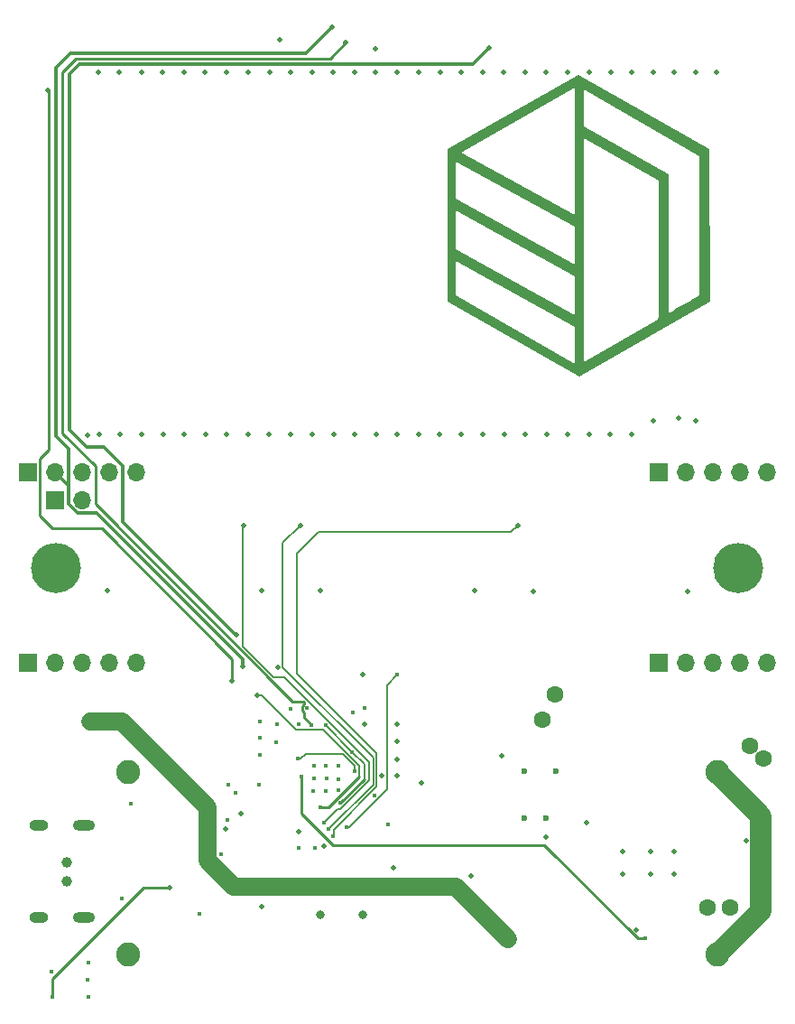
<source format=gbr>
%TF.GenerationSoftware,KiCad,Pcbnew,8.0.5*%
%TF.CreationDate,2025-08-16T16:19:27-04:00*%
%TF.ProjectId,TagTag,54616754-6167-42e6-9b69-6361645f7063,1.2*%
%TF.SameCoordinates,Original*%
%TF.FileFunction,Copper,L4,Bot*%
%TF.FilePolarity,Positive*%
%FSLAX46Y46*%
G04 Gerber Fmt 4.6, Leading zero omitted, Abs format (unit mm)*
G04 Created by KiCad (PCBNEW 8.0.5) date 2025-08-16 16:19:27*
%MOMM*%
%LPD*%
G01*
G04 APERTURE LIST*
%TA.AperFunction,NonConductor*%
%ADD10C,0.000000*%
%TD*%
%TA.AperFunction,ComponentPad*%
%ADD11C,4.700000*%
%TD*%
%TA.AperFunction,ComponentPad*%
%ADD12O,2.100000X1.000000*%
%TD*%
%TA.AperFunction,ComponentPad*%
%ADD13O,1.800000X1.000000*%
%TD*%
%TA.AperFunction,ComponentPad*%
%ADD14C,2.250000*%
%TD*%
%TA.AperFunction,ComponentPad*%
%ADD15R,1.700000X1.700000*%
%TD*%
%TA.AperFunction,ComponentPad*%
%ADD16O,1.700000X1.700000*%
%TD*%
%TA.AperFunction,ViaPad*%
%ADD17C,0.500000*%
%TD*%
%TA.AperFunction,ViaPad*%
%ADD18C,0.450000*%
%TD*%
%TA.AperFunction,ViaPad*%
%ADD19C,0.600000*%
%TD*%
%TA.AperFunction,ViaPad*%
%ADD20C,1.600000*%
%TD*%
%TA.AperFunction,ViaPad*%
%ADD21C,0.800000*%
%TD*%
%TA.AperFunction,ViaPad*%
%ADD22C,1.000000*%
%TD*%
%TA.AperFunction,Conductor*%
%ADD23C,0.175000*%
%TD*%
%TA.AperFunction,Conductor*%
%ADD24C,0.360000*%
%TD*%
%TA.AperFunction,Conductor*%
%ADD25C,0.250000*%
%TD*%
%TA.AperFunction,Conductor*%
%ADD26C,0.200000*%
%TD*%
%TA.AperFunction,Conductor*%
%ADD27C,1.700000*%
%TD*%
%TA.AperFunction,Conductor*%
%ADD28C,2.000000*%
%TD*%
G04 APERTURE END LIST*
D10*
%TA.AperFunction,NonConductor*%
G36*
X221295969Y-68968084D02*
G01*
X221321767Y-83259551D01*
X209044440Y-90270346D01*
X196741313Y-83277411D01*
X196740178Y-82648364D01*
X196734451Y-79475349D01*
X197473548Y-79475349D01*
X197473548Y-82648364D01*
X208663439Y-89085674D01*
X208663439Y-88907083D01*
X208663439Y-85615004D01*
X197473548Y-79475349D01*
X196734451Y-79475349D01*
X196732470Y-78377989D01*
X196725883Y-74728725D01*
X197473548Y-74728725D01*
X197473548Y-78377989D01*
X208663439Y-84517646D01*
X208663439Y-80868381D01*
X197473548Y-74728725D01*
X196725883Y-74728725D01*
X196723902Y-73631365D01*
X196717529Y-70101162D01*
X197473548Y-70101162D01*
X197473548Y-73631365D01*
X208663437Y-79771022D01*
X208663437Y-76240818D01*
X197473548Y-70101162D01*
X196717529Y-70101162D01*
X196716082Y-69299474D01*
X197945828Y-69299474D01*
X197945829Y-69299474D01*
X208663437Y-75143459D01*
X208663437Y-67963990D01*
X209492907Y-67963990D01*
X209492907Y-88907083D01*
X216444172Y-84926428D01*
X216541406Y-84727990D01*
X216529501Y-71918849D01*
X209492907Y-67963990D01*
X208663437Y-67963990D01*
X208663437Y-66868616D01*
X208663437Y-63338413D01*
X209492904Y-63338413D01*
X209492904Y-66868616D01*
X217426434Y-71287819D01*
X217426434Y-84339052D01*
X217426437Y-84339052D01*
X217748739Y-84148448D01*
X218077157Y-83962424D01*
X218743319Y-83597144D01*
X219406876Y-83229259D01*
X219732038Y-83039980D01*
X220049782Y-82844817D01*
X220070343Y-82832307D01*
X220091670Y-82819986D01*
X220135605Y-82795364D01*
X220179540Y-82769858D01*
X220200868Y-82756431D01*
X220221429Y-82742375D01*
X220240967Y-82727550D01*
X220259225Y-82711822D01*
X220275949Y-82695053D01*
X220283655Y-82686236D01*
X220290882Y-82677107D01*
X220297597Y-82667650D01*
X220303769Y-82657847D01*
X220309365Y-82647682D01*
X220314354Y-82637137D01*
X220318703Y-82626195D01*
X220322380Y-82614840D01*
X220325355Y-82603053D01*
X220327593Y-82590819D01*
X220317668Y-69607053D01*
X209492904Y-63338413D01*
X208663437Y-63338413D01*
X208663437Y-63159819D01*
X197945828Y-69299474D01*
X196716082Y-69299474D01*
X196715517Y-68985944D01*
X208992844Y-61975147D01*
X221295969Y-68968084D01*
G37*
%TD.AperFunction*%
D11*
%TO.P,H7,1,1*%
%TO.N,GND*%
X160000000Y-108200000D03*
%TD*%
%TO.P,H8,1,1*%
%TO.N,GND*%
X224000000Y-108200000D03*
%TD*%
D12*
%TO.P,J1,SH1,SHIELD*%
%TO.N,GND*%
X162584795Y-132399783D03*
%TO.P,J1,SH2,SHIELD*%
X162584795Y-141039783D03*
D13*
%TO.P,J1,SH3,SHIELD*%
X158384795Y-132399783D03*
%TO.P,J1,SH4,SHIELD*%
X158384795Y-141039783D03*
%TD*%
D14*
%TO.P,BT1,+*%
%TO.N,Net-(SW8-B)*%
X166700000Y-127400000D03*
%TO.P,BT1,-*%
%TO.N,Net-(BT1-Pad-)*%
X222000000Y-127400000D03*
%TD*%
%TO.P,BT2,+*%
%TO.N,Net-(BT1-Pad-)*%
X221996238Y-144500000D03*
%TO.P,BT2,-*%
%TO.N,GND*%
X166696238Y-144500000D03*
%TD*%
D15*
%TO.P,WIS3,1,Pin_1*%
%TO.N,/PI_A_3v3*%
X157340445Y-99300000D03*
D16*
%TO.P,WIS3,2,Pin_2*%
X159880445Y-99300000D03*
%TO.P,WIS3,3,Pin_3*%
%TO.N,/DI_25*%
X162420445Y-99300000D03*
%TO.P,WIS3,4,Pin_4*%
%TO.N,unconnected-(WIS3-Pin_4-Pad4)*%
X164960445Y-99300000D03*
%TO.P,WIS3,5,Pin_5*%
%TO.N,+5V*%
X167500445Y-99300000D03*
%TD*%
D15*
%TO.P,WIS4,1,Pin_1*%
%TO.N,/AN_ADC2*%
X157340445Y-117090000D03*
D16*
%TO.P,WIS4,2,Pin_2*%
%TO.N,/DI_25*%
X159880445Y-117090000D03*
%TO.P,WIS4,3,Pin_3*%
%TO.N,GND*%
X162420445Y-117090000D03*
%TO.P,WIS4,4,Pin_4*%
%TO.N,/DI_24*%
X164960445Y-117090000D03*
%TO.P,WIS4,5,Pin_5*%
%TO.N,/DI_23*%
X167500445Y-117090000D03*
%TD*%
D15*
%TO.P,J2,1,Pin_1*%
%TO.N,GND*%
X159843375Y-101866875D03*
D16*
%TO.P,J2,2,Pin_2*%
%TO.N,/DI_24*%
X162383375Y-101866875D03*
%TD*%
D15*
%TO.P,WIS2,1,Pin_1*%
%TO.N,/DVI_12*%
X216503970Y-117090000D03*
D16*
%TO.P,WIS2,2,Pin_2*%
%TO.N,/DVI_13*%
X219043970Y-117090000D03*
%TO.P,WIS2,3,Pin_3*%
%TO.N,GND*%
X221583970Y-117090000D03*
%TO.P,WIS2,4,Pin_4*%
%TO.N,/DVI_14*%
X224123970Y-117090000D03*
%TO.P,WIS2,5,Pin_5*%
%TO.N,/DVI_15*%
X226663970Y-117090000D03*
%TD*%
D15*
%TO.P,WIS1,1,Pin_1*%
%TO.N,/DVI_19*%
X216520341Y-99300000D03*
D16*
%TO.P,WIS1,2,Pin_2*%
%TO.N,/DVI_18*%
X219060341Y-99300000D03*
%TO.P,WIS1,3,Pin_3*%
%TO.N,GND*%
X221600341Y-99300000D03*
%TO.P,WIS1,4,Pin_4*%
%TO.N,/DVI_17*%
X224140341Y-99300000D03*
%TO.P,WIS1,5,Pin_5*%
%TO.N,/DVI_16*%
X226680341Y-99300000D03*
%TD*%
D17*
%TO.N,GND*%
X188722904Y-118186267D03*
X197961558Y-61742155D03*
X189928868Y-59557707D03*
X180942522Y-58741792D03*
X177961558Y-61742155D03*
D18*
X166984964Y-130366762D03*
D17*
X179246895Y-110383515D03*
X213156925Y-136949868D03*
X165931801Y-61765792D03*
D18*
X179109912Y-124120251D03*
X181987464Y-121407241D03*
X179131177Y-125717630D03*
D17*
X180781372Y-117579810D03*
X179307496Y-139998168D03*
D18*
X186467214Y-129091071D03*
X187805642Y-121810605D03*
X188906955Y-121363098D03*
D17*
X191974171Y-95717974D03*
X205961558Y-61742155D03*
X194277882Y-128424229D03*
X187974171Y-95717974D03*
X192007305Y-122842267D03*
X198930786Y-137065686D03*
X185961558Y-61742155D03*
X211974171Y-95717974D03*
D18*
X185335071Y-127936543D03*
X191120310Y-132303154D03*
D17*
X195974171Y-95717974D03*
D18*
X186452840Y-128020170D03*
D17*
X191967279Y-127737141D03*
D19*
X203875076Y-131664941D03*
D18*
X186467214Y-126791150D03*
X184145732Y-127941110D03*
D17*
X181961558Y-61742155D03*
D18*
X176794973Y-129341366D03*
D17*
X221961558Y-61742155D03*
X171974171Y-95717974D03*
X219241808Y-110418271D03*
X215735860Y-134796415D03*
X219974171Y-94416883D03*
D18*
X176011881Y-131819889D03*
D17*
X179974171Y-95717974D03*
X191669000Y-136339882D03*
X189961558Y-61742155D03*
X203974171Y-95717974D03*
D18*
X163020184Y-148478616D03*
D17*
X183974171Y-95717974D03*
X201961558Y-61742155D03*
X201803990Y-125801786D03*
D18*
X179109912Y-122585792D03*
X185295692Y-126776776D03*
D20*
X206765676Y-120114258D03*
D17*
X164768882Y-110374298D03*
D19*
X205959475Y-131701087D03*
D17*
X173961558Y-61742155D03*
X217945815Y-136961270D03*
X214438119Y-142194953D03*
D21*
X188785464Y-140755019D03*
D17*
X169961558Y-61742155D03*
D18*
X162968835Y-145270891D03*
X183511789Y-121391148D03*
D17*
X215745206Y-136961270D03*
X199239082Y-110389050D03*
D21*
X184792171Y-140755019D03*
D18*
X162968629Y-146868881D03*
D17*
X191957564Y-126181616D03*
X204775267Y-110409403D03*
X217945006Y-134807858D03*
X164002594Y-95717974D03*
D18*
X182725155Y-134505883D03*
X184266169Y-134505883D03*
X184145732Y-126769588D03*
D17*
X207974171Y-95717974D03*
X224727933Y-133785713D03*
X215974171Y-94416883D03*
X217961558Y-61742155D03*
D18*
X178991389Y-128529369D03*
D17*
X213145523Y-134783465D03*
X199974171Y-95717974D03*
X175974171Y-95717974D03*
X213961558Y-61742155D03*
X184760557Y-110374791D03*
D19*
X203863028Y-127267221D03*
D17*
X167974171Y-95717974D03*
D18*
X189832710Y-129559182D03*
X185302879Y-129112632D03*
X184124170Y-129127007D03*
X166121922Y-139261058D03*
D17*
X193961558Y-61742155D03*
X209961558Y-61742155D03*
D19*
X206826971Y-127303366D03*
D18*
%TO.N,+1V1*%
X187970698Y-127320171D03*
X182626266Y-126139149D03*
D20*
%TO.N,/PI_A_3v3*%
X205574715Y-122427598D03*
D18*
X175497496Y-135101424D03*
D17*
X190490972Y-127740155D03*
X177339875Y-131280862D03*
D18*
X180688097Y-122911336D03*
X173457000Y-140697993D03*
X180617096Y-124577127D03*
X182735071Y-122880042D03*
D17*
X170624597Y-138217487D03*
D18*
X176095512Y-128543069D03*
D17*
X185874434Y-57534898D03*
D18*
X159634756Y-148467078D03*
D17*
X185137381Y-134296372D03*
X177482469Y-117433298D03*
X182719340Y-132982489D03*
X191969120Y-124515191D03*
X175896147Y-132724590D03*
X188912809Y-122901229D03*
D22*
%TO.N,/PI_A_USB_PWR_IN*%
X160996319Y-137651307D03*
D18*
X159528803Y-146110209D03*
D20*
X223198278Y-140082185D03*
D22*
X160996319Y-135839166D03*
D20*
X221084042Y-140082185D03*
D18*
%TO.N,/PI_A_LED*%
X191999110Y-118218077D03*
X187197321Y-132536183D03*
D17*
%TO.N,Net-(D5-K)*%
X200584615Y-59487192D03*
X176932084Y-114538849D03*
%TO.N,/5V_PXL*%
X159199504Y-63481802D03*
X176476254Y-118797932D03*
D20*
%TO.N,+5V*%
X225101543Y-124870380D03*
D17*
X200000907Y-61762265D03*
X218354252Y-94206802D03*
X176000907Y-61762265D03*
X180000907Y-61762265D03*
X196000907Y-61762265D03*
D20*
X226353310Y-126122147D03*
D17*
X172000907Y-61762265D03*
X178013520Y-95738084D03*
X194013520Y-95738084D03*
X166013520Y-95738084D03*
X188000907Y-61762265D03*
X182013520Y-95738084D03*
X186013520Y-95738084D03*
X216000907Y-61762265D03*
X202013520Y-95738084D03*
X198013520Y-95738084D03*
X184000907Y-61762265D03*
X212000907Y-61762265D03*
X206013520Y-95738084D03*
X204000907Y-61762265D03*
X220000907Y-61762265D03*
X163971150Y-61785902D03*
X208000907Y-61762265D03*
X170013520Y-95738084D03*
X210013520Y-95738084D03*
X162940146Y-95792120D03*
X168000907Y-61762265D03*
X214013520Y-95738084D03*
X190013520Y-95738084D03*
X192000907Y-61762265D03*
X174013520Y-95738084D03*
D18*
%TO.N,/DO_IR_LED_PI*%
X187756376Y-125484227D03*
X186596532Y-130284738D03*
X185279315Y-122932434D03*
D17*
%TO.N,/DI_IRM_PI*%
X187169704Y-58995823D03*
D18*
X183943995Y-122954593D03*
D17*
%TO.N,+BATT*%
X205950581Y-133488847D03*
D20*
X202373113Y-143042329D03*
X163183999Y-122625168D03*
D17*
X209713531Y-132091847D03*
%TO.N,/DI_BTN_L_PI*%
X177614321Y-104250000D03*
D18*
X185124028Y-132096998D03*
D17*
%TO.N,/DI_BTN_R_PI*%
X182881514Y-104242058D03*
D18*
X185574028Y-132699990D03*
D17*
%TO.N,/DI_BTN_FIRE_PI*%
X203284587Y-104253622D03*
D18*
X185932453Y-133361179D03*
%TO.N,/AN_BATT_MEASURE_PI*%
X182976646Y-127753879D03*
X215221599Y-142974490D03*
%TO.N,/GPIO_PXL_PI*%
X184746570Y-130711445D03*
D17*
X178805646Y-120133961D03*
%TD*%
D23*
%TO.N,+1V1*%
X182626266Y-126139149D02*
X182900531Y-126139149D01*
X182900531Y-126139149D02*
X183403421Y-125636259D01*
X186918580Y-125708986D02*
X187970698Y-126761104D01*
X187970698Y-126761104D02*
X187970698Y-127320171D01*
X186845853Y-125636259D02*
X186918580Y-125708986D01*
X183403421Y-125636259D02*
X186845853Y-125636259D01*
X182626266Y-126139149D02*
X182626266Y-126129040D01*
D24*
%TO.N,/PI_A_3v3*%
X163757937Y-103071634D02*
X161990072Y-103071634D01*
X183457644Y-59951688D02*
X185874434Y-57534898D01*
X161990072Y-103071634D02*
X161131048Y-102212610D01*
D25*
X170624597Y-138217487D02*
X168211483Y-138217487D01*
D24*
X161025190Y-100444745D02*
X159880445Y-99300000D01*
X177482469Y-116796166D02*
X163757937Y-103071634D01*
X161131048Y-97050786D02*
X159921739Y-95841477D01*
X161131048Y-102212610D02*
X161131048Y-97050786D01*
X161288929Y-59951688D02*
X183457644Y-59951688D01*
X159921739Y-61318878D02*
X161288929Y-59951688D01*
D25*
X159634756Y-146794214D02*
X159634756Y-148467078D01*
D24*
X177482469Y-117433298D02*
X177482469Y-116796166D01*
D25*
X168211483Y-138217487D02*
X159634756Y-146794214D01*
X177482469Y-117433298D02*
X177401764Y-117514003D01*
D24*
X159921739Y-95841477D02*
X159921739Y-61318878D01*
D26*
%TO.N,/PI_A_LED*%
X187456750Y-132536183D02*
X191015982Y-128976951D01*
X191015982Y-119201205D02*
X191999110Y-118218077D01*
X187197321Y-132536183D02*
X187456750Y-132536183D01*
X191015982Y-128976951D02*
X191015982Y-119201205D01*
D24*
%TO.N,Net-(D5-K)*%
X176823936Y-114538849D02*
X176932084Y-114538849D01*
X164454717Y-96922576D02*
X166202160Y-98670019D01*
X166202160Y-98670019D02*
X166202160Y-103917073D01*
X161225154Y-95312142D02*
X162835588Y-96922576D01*
X161225154Y-61951253D02*
X161225154Y-95312142D01*
X200584615Y-59487192D02*
X199045827Y-61025980D01*
X162835588Y-96922576D02*
X164454717Y-96922576D01*
X162150427Y-61025980D02*
X161225154Y-61951253D01*
X166202160Y-103917073D02*
X176823936Y-114538849D01*
X199045827Y-61025980D02*
X162150427Y-61025980D01*
D25*
%TO.N,/5V_PXL*%
X159320914Y-63603212D02*
X159320914Y-97170261D01*
X159199504Y-63481802D02*
X159320914Y-63603212D01*
X159663316Y-104510401D02*
X164239201Y-104510401D01*
X176476254Y-116747454D02*
X176476254Y-118797932D01*
X164239201Y-104510401D02*
X176476254Y-116747454D01*
X158468877Y-98022298D02*
X158468877Y-103315962D01*
X158468877Y-103315962D02*
X159663316Y-104510401D01*
X159320914Y-97170261D02*
X158468877Y-98022298D01*
D26*
%TO.N,/DO_IR_LED_PI*%
X188877755Y-126605607D02*
X187756376Y-125484228D01*
X185279315Y-123007167D02*
X185279315Y-122932434D01*
X188877755Y-128003515D02*
X188877755Y-126605607D01*
X187756376Y-125484228D02*
X187756376Y-125484227D01*
X187756375Y-125484227D02*
X185279315Y-123007167D01*
X187756376Y-125484227D02*
X187756375Y-125484227D01*
D25*
X186596532Y-130284738D02*
X188877755Y-128003515D01*
%TO.N,/DI_IRM_PI*%
X183061789Y-121577545D02*
X183061789Y-121204751D01*
X163647714Y-98687371D02*
X160559156Y-95598813D01*
X183061789Y-121204751D02*
X183227979Y-121038561D01*
X161813991Y-60490569D02*
X185674958Y-60490569D01*
X183227979Y-121038561D02*
X183227979Y-120739677D01*
X185674958Y-60490569D02*
X187169704Y-58995823D01*
X160559156Y-61745404D02*
X161813991Y-60490569D01*
X183227979Y-120739677D02*
X182165168Y-120739677D01*
X183227979Y-121743735D02*
X183061789Y-121577545D01*
X182165168Y-120739677D02*
X163647714Y-102222223D01*
X163647714Y-102222223D02*
X163647714Y-98687371D01*
X160559156Y-95598813D02*
X160559156Y-61745404D01*
X183943995Y-122954593D02*
X183227979Y-122238577D01*
X183227979Y-122238577D02*
X183227979Y-121743735D01*
D27*
%TO.N,+BATT*%
X176673380Y-138151141D02*
X197481925Y-138151141D01*
X197481925Y-138151141D02*
X202373113Y-143042329D01*
X174172496Y-130659261D02*
X174172496Y-135650257D01*
X166138403Y-122625168D02*
X174172496Y-130659261D01*
X163183999Y-122625168D02*
X166138403Y-122625168D01*
X174172496Y-135650257D02*
X176673380Y-138151141D01*
D28*
%TO.N,Net-(BT1-Pad-)*%
X222000000Y-127400000D02*
X226125990Y-131525990D01*
X226125990Y-140370248D02*
X221996238Y-144500000D01*
X226125990Y-131525990D02*
X226125990Y-140370248D01*
D26*
%TO.N,/DI_BTN_L_PI*%
X177510929Y-115573320D02*
X180393921Y-118456312D01*
X177510929Y-104353392D02*
X177510929Y-115573320D01*
X189373346Y-128129437D02*
X186670189Y-130832594D01*
X186670189Y-130832594D02*
X186388432Y-130832594D01*
X177614321Y-104250000D02*
X177510929Y-104353392D01*
X186388432Y-130832594D02*
X185124028Y-132096998D01*
X180393921Y-118456312D02*
X181404234Y-118456312D01*
X189373346Y-126425424D02*
X189373346Y-128129437D01*
X181404234Y-118456312D02*
X189373346Y-126425424D01*
%TO.N,/DI_BTN_R_PI*%
X181231372Y-117547737D02*
X189731328Y-126047693D01*
X182881514Y-104242058D02*
X181231372Y-105892200D01*
X189731328Y-126047693D02*
X189731328Y-128542690D01*
X181231372Y-105892200D02*
X181231372Y-117547737D01*
X189731328Y-128542690D02*
X185574028Y-132699990D01*
%TO.N,/DI_BTN_FIRE_PI*%
X184605347Y-104873423D02*
X182571054Y-106907716D01*
X202664786Y-104873423D02*
X184605347Y-104873423D01*
X182571054Y-106907716D02*
X182571054Y-118140459D01*
X203284587Y-104253622D02*
X202664786Y-104873423D01*
X182571054Y-118140459D02*
X190031328Y-125600733D01*
X190031328Y-128759523D02*
X185999028Y-132791823D01*
X190031328Y-125600733D02*
X190031328Y-128759523D01*
X185999028Y-133294604D02*
X185932453Y-133361179D01*
X185999028Y-132791823D02*
X185999028Y-133294604D01*
D25*
%TO.N,/AN_BATT_MEASURE_PI*%
X182976646Y-131269573D02*
X185918435Y-134211362D01*
X214555951Y-142984537D02*
X215213653Y-142984537D01*
X185918435Y-134211362D02*
X205782776Y-134211362D01*
X182976646Y-127753879D02*
X182976646Y-131269573D01*
X205782776Y-134211362D02*
X214555951Y-142984537D01*
%TO.N,/GPIO_PXL_PI*%
X184746570Y-130711445D02*
X185518536Y-130711445D01*
D26*
X185021438Y-123405258D02*
X188420698Y-126804518D01*
D25*
X185518536Y-130711445D02*
X188420698Y-127809283D01*
D26*
X188420698Y-126804518D02*
X188420698Y-127809283D01*
X178805646Y-120133961D02*
X179232477Y-120133961D01*
X182503774Y-123405258D02*
X185021438Y-123405258D01*
X179232477Y-120133961D02*
X182503774Y-123405258D01*
%TD*%
M02*

</source>
